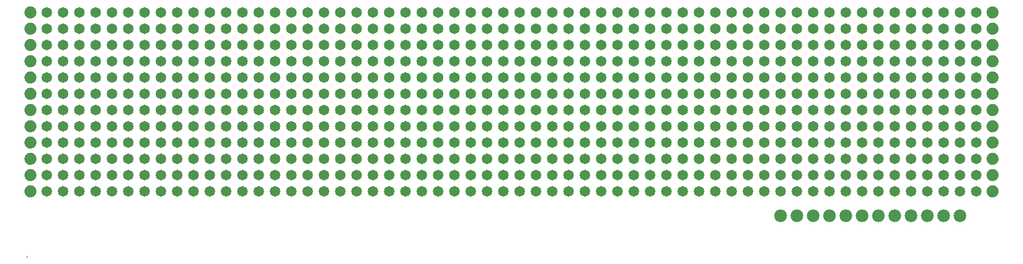
<source format=gts>
G04*
G04 #@! TF.GenerationSoftware,Altium Limited,CircuitStudio,1.5.2 (30)*
G04*
G04 Layer_Color=2162853*
%FSLAX25Y25*%
%MOIN*%
G70*
G01*
G75*
%ADD30C,0.06500*%
%ADD31C,0.07400*%
%ADD32C,0.07800*%
%ADD33C,0.00800*%
D30*
X656690Y594020D02*
D03*
X666690D02*
D03*
X686690D02*
D03*
X706690D02*
D03*
X716690D02*
D03*
X726690D02*
D03*
X736690D02*
D03*
X746690D02*
D03*
X756690D02*
D03*
X806690D02*
D03*
X796690D02*
D03*
X836690D02*
D03*
X826690D02*
D03*
X866690D02*
D03*
X856690D02*
D03*
X876690D02*
D03*
X886690D02*
D03*
X896690D02*
D03*
X906690D02*
D03*
X916690D02*
D03*
X926690D02*
D03*
X676690D02*
D03*
X696690D02*
D03*
X816690D02*
D03*
X846690D02*
D03*
X936690D02*
D03*
X766690D02*
D03*
X596690Y554020D02*
D03*
X586690Y594020D02*
D03*
X606690Y554020D02*
D03*
X626690D02*
D03*
X636690D02*
D03*
X656690D02*
D03*
X666690D02*
D03*
X686690D02*
D03*
X706690D02*
D03*
X716690D02*
D03*
X726690D02*
D03*
X736690D02*
D03*
X746690D02*
D03*
X756690D02*
D03*
X806690D02*
D03*
X796690D02*
D03*
X836690D02*
D03*
X826690D02*
D03*
X866690D02*
D03*
X856690D02*
D03*
X876690D02*
D03*
X886690D02*
D03*
X896690D02*
D03*
X906690D02*
D03*
X916690D02*
D03*
X926690D02*
D03*
X1156690Y594020D02*
D03*
X616690Y554020D02*
D03*
X646690D02*
D03*
X676690D02*
D03*
X696690D02*
D03*
X776690D02*
D03*
X816690D02*
D03*
X846690D02*
D03*
X936690D02*
D03*
X786690D02*
D03*
X766690D02*
D03*
Y564020D02*
D03*
Y584020D02*
D03*
Y574020D02*
D03*
X786690Y564020D02*
D03*
X656690Y574020D02*
D03*
X666690D02*
D03*
X686690D02*
D03*
X706690D02*
D03*
X716690D02*
D03*
X726690D02*
D03*
X736690D02*
D03*
X746690D02*
D03*
X756690D02*
D03*
X806690D02*
D03*
X796690D02*
D03*
X836690D02*
D03*
X826690D02*
D03*
X856690D02*
D03*
X886690D02*
D03*
X896690D02*
D03*
X906690D02*
D03*
X916690D02*
D03*
X926690D02*
D03*
X1156690D02*
D03*
X676690D02*
D03*
X696690D02*
D03*
X816690D02*
D03*
X846690D02*
D03*
X936690D02*
D03*
Y564020D02*
D03*
X846690D02*
D03*
X816690D02*
D03*
X776690D02*
D03*
X696690D02*
D03*
X676690D02*
D03*
X646690D02*
D03*
X616690D02*
D03*
X1156690Y584020D02*
D03*
X926690Y564020D02*
D03*
X916690D02*
D03*
X906690D02*
D03*
X896690D02*
D03*
X886690D02*
D03*
X876690D02*
D03*
X856690D02*
D03*
X866690D02*
D03*
X826690D02*
D03*
X836690D02*
D03*
X796690D02*
D03*
X806690D02*
D03*
X756690D02*
D03*
X746690D02*
D03*
X736690D02*
D03*
X726690D02*
D03*
X716690D02*
D03*
X706690D02*
D03*
X686690D02*
D03*
X666690D02*
D03*
X656690D02*
D03*
X636690D02*
D03*
X626690D02*
D03*
X606690D02*
D03*
X586690Y584020D02*
D03*
X596690Y564020D02*
D03*
X756690Y584020D02*
D03*
X666690D02*
D03*
X746690D02*
D03*
X736690D02*
D03*
X726690D02*
D03*
X716690D02*
D03*
X706690D02*
D03*
X696690D02*
D03*
X676690D02*
D03*
X686690D02*
D03*
X656690D02*
D03*
X926690D02*
D03*
X896690D02*
D03*
X846690D02*
D03*
X1156690Y564020D02*
D03*
X936690Y584020D02*
D03*
X916690D02*
D03*
X906690D02*
D03*
X886690D02*
D03*
X856690D02*
D03*
X826690D02*
D03*
X836690D02*
D03*
X816690D02*
D03*
X796690D02*
D03*
X806690D02*
D03*
X866690Y574020D02*
D03*
X876690D02*
D03*
Y584020D02*
D03*
X866690D02*
D03*
X1156690Y554020D02*
D03*
Y604020D02*
D03*
Y614020D02*
D03*
Y634020D02*
D03*
Y624020D02*
D03*
X1066690Y584020D02*
D03*
X1076690D02*
D03*
Y574020D02*
D03*
X1066690D02*
D03*
X1016690Y584020D02*
D03*
X1036690D02*
D03*
X1026690D02*
D03*
X1056690D02*
D03*
X1086690D02*
D03*
X1106690D02*
D03*
X1116690D02*
D03*
X1136690D02*
D03*
X1046690D02*
D03*
X1096690D02*
D03*
X1126690D02*
D03*
X1036690Y554020D02*
D03*
X1026690Y564020D02*
D03*
X1066690Y554020D02*
D03*
X1056690D02*
D03*
X1076690D02*
D03*
X1086690D02*
D03*
X1096690D02*
D03*
X1106690D02*
D03*
X1116690D02*
D03*
X1126690D02*
D03*
X1016690Y564020D02*
D03*
X1046690Y554020D02*
D03*
X1136690D02*
D03*
Y574020D02*
D03*
X1046690D02*
D03*
X1016690D02*
D03*
X1126690D02*
D03*
X1116690D02*
D03*
X1106690D02*
D03*
X1096690D02*
D03*
X1086690D02*
D03*
X1056690D02*
D03*
X1026690D02*
D03*
X1036690D02*
D03*
X1136690Y544020D02*
D03*
X1046690D02*
D03*
X1016690Y554020D02*
D03*
X1126690Y544020D02*
D03*
X1116690D02*
D03*
X1106690D02*
D03*
X1096690D02*
D03*
X1086690D02*
D03*
X1076690D02*
D03*
X1056690D02*
D03*
X1066690D02*
D03*
X1026690Y554020D02*
D03*
X1036690Y544020D02*
D03*
X1136690Y594020D02*
D03*
X1046690D02*
D03*
X1016690D02*
D03*
X1126690D02*
D03*
X1116690D02*
D03*
X1106690D02*
D03*
X1096690D02*
D03*
X1086690D02*
D03*
X1076690D02*
D03*
X1056690D02*
D03*
X1066690D02*
D03*
X1026690D02*
D03*
X1036690D02*
D03*
X946690Y584020D02*
D03*
X966690D02*
D03*
X976690D02*
D03*
X996690D02*
D03*
X956690D02*
D03*
X986690D02*
D03*
X946690Y564020D02*
D03*
X956690D02*
D03*
X966690D02*
D03*
X976690D02*
D03*
X986690D02*
D03*
X996690D02*
D03*
Y574020D02*
D03*
X986690D02*
D03*
X976690D02*
D03*
X966690D02*
D03*
X956690D02*
D03*
X946690D02*
D03*
X996690Y554020D02*
D03*
X986690D02*
D03*
X976690D02*
D03*
X966690D02*
D03*
X956690D02*
D03*
X946690D02*
D03*
X996690Y594020D02*
D03*
X986690D02*
D03*
X976690D02*
D03*
X966690D02*
D03*
X956690D02*
D03*
X946690D02*
D03*
X1006690D02*
D03*
Y554020D02*
D03*
Y574020D02*
D03*
Y564020D02*
D03*
Y584020D02*
D03*
X1146690Y594020D02*
D03*
Y544020D02*
D03*
Y574020D02*
D03*
Y554020D02*
D03*
Y584020D02*
D03*
X786690D02*
D03*
X776690D02*
D03*
Y574020D02*
D03*
X786690D02*
D03*
X776690Y594020D02*
D03*
X786690D02*
D03*
X596690Y584020D02*
D03*
X626690D02*
D03*
X616690D02*
D03*
X636690D02*
D03*
X646690D02*
D03*
X606690D02*
D03*
X636690Y574020D02*
D03*
X616690D02*
D03*
X646690D02*
D03*
X626690D02*
D03*
X606690D02*
D03*
X596690D02*
D03*
X636690Y594020D02*
D03*
X616690D02*
D03*
X646690D02*
D03*
X626690D02*
D03*
X606690D02*
D03*
X596690D02*
D03*
X586690Y564020D02*
D03*
Y574020D02*
D03*
Y554020D02*
D03*
Y604020D02*
D03*
Y624020D02*
D03*
Y614020D02*
D03*
Y634020D02*
D03*
Y644020D02*
D03*
X1156690D02*
D03*
X596690Y604020D02*
D03*
X606690D02*
D03*
X626690D02*
D03*
X646690D02*
D03*
X616690D02*
D03*
X636690D02*
D03*
X596690Y624020D02*
D03*
X606690D02*
D03*
X626690D02*
D03*
X646690D02*
D03*
X616690D02*
D03*
X636690D02*
D03*
X606690Y614020D02*
D03*
X646690D02*
D03*
X636690D02*
D03*
X616690D02*
D03*
X626690D02*
D03*
X596690D02*
D03*
X786690Y604020D02*
D03*
X776690D02*
D03*
X786690Y624020D02*
D03*
X776690D02*
D03*
Y614020D02*
D03*
X786690D02*
D03*
X1146690D02*
D03*
Y634020D02*
D03*
Y624020D02*
D03*
Y644020D02*
D03*
Y604020D02*
D03*
X1006690Y614020D02*
D03*
Y634020D02*
D03*
Y624020D02*
D03*
Y644020D02*
D03*
Y604020D02*
D03*
X946690D02*
D03*
X956690D02*
D03*
X966690D02*
D03*
X976690D02*
D03*
X986690D02*
D03*
X996690D02*
D03*
X946690Y644020D02*
D03*
X956690D02*
D03*
X966690D02*
D03*
X976690D02*
D03*
X986690D02*
D03*
X996690D02*
D03*
X946690Y624020D02*
D03*
X956690D02*
D03*
X966690D02*
D03*
X976690D02*
D03*
X986690D02*
D03*
X996690D02*
D03*
Y634020D02*
D03*
X986690D02*
D03*
X976690D02*
D03*
X966690D02*
D03*
X956690D02*
D03*
X946690D02*
D03*
X986690Y614020D02*
D03*
X956690D02*
D03*
X996690D02*
D03*
X976690D02*
D03*
X966690D02*
D03*
X946690D02*
D03*
X1036690Y604020D02*
D03*
X1026690D02*
D03*
X1066690D02*
D03*
X1056690D02*
D03*
X1076690D02*
D03*
X1086690D02*
D03*
X1096690D02*
D03*
X1106690D02*
D03*
X1116690D02*
D03*
X1126690D02*
D03*
X1016690D02*
D03*
X1046690D02*
D03*
X1136690D02*
D03*
X1036690Y644020D02*
D03*
X1026690D02*
D03*
X1066690D02*
D03*
X1056690D02*
D03*
X1076690D02*
D03*
X1086690D02*
D03*
X1096690D02*
D03*
X1106690D02*
D03*
X1116690D02*
D03*
X1126690D02*
D03*
X1016690D02*
D03*
X1046690D02*
D03*
X1136690D02*
D03*
X1036690Y624020D02*
D03*
X1026690D02*
D03*
X1056690D02*
D03*
X1086690D02*
D03*
X1096690D02*
D03*
X1106690D02*
D03*
X1116690D02*
D03*
X1126690D02*
D03*
X1016690D02*
D03*
X1046690D02*
D03*
X1136690D02*
D03*
Y634020D02*
D03*
X1046690D02*
D03*
X1016690D02*
D03*
X1126690D02*
D03*
X1116690D02*
D03*
X1106690D02*
D03*
X1096690D02*
D03*
X1086690D02*
D03*
X1076690D02*
D03*
X1056690D02*
D03*
X1066690D02*
D03*
X1026690D02*
D03*
X1036690D02*
D03*
X1126690Y614020D02*
D03*
X1096690D02*
D03*
X1046690D02*
D03*
X1136690D02*
D03*
X1116690D02*
D03*
X1106690D02*
D03*
X1086690D02*
D03*
X1056690D02*
D03*
X1026690D02*
D03*
X1036690D02*
D03*
X1016690D02*
D03*
X1066690Y624020D02*
D03*
X1076690D02*
D03*
Y614020D02*
D03*
X1066690D02*
D03*
X866690D02*
D03*
X876690D02*
D03*
Y624020D02*
D03*
X866690D02*
D03*
X806690Y614020D02*
D03*
X796690D02*
D03*
X816690D02*
D03*
X836690D02*
D03*
X826690D02*
D03*
X856690D02*
D03*
X886690D02*
D03*
X906690D02*
D03*
X916690D02*
D03*
X936690D02*
D03*
X846690D02*
D03*
X896690D02*
D03*
X926690D02*
D03*
X656690D02*
D03*
X686690D02*
D03*
X676690D02*
D03*
X696690D02*
D03*
X706690D02*
D03*
X716690D02*
D03*
X726690D02*
D03*
X736690D02*
D03*
X746690D02*
D03*
X666690D02*
D03*
X756690D02*
D03*
X596690Y634020D02*
D03*
X606690D02*
D03*
X626690D02*
D03*
X636690D02*
D03*
X656690D02*
D03*
X666690D02*
D03*
X686690D02*
D03*
X706690D02*
D03*
X716690D02*
D03*
X726690D02*
D03*
X736690D02*
D03*
X746690D02*
D03*
X756690D02*
D03*
X806690D02*
D03*
X796690D02*
D03*
X836690D02*
D03*
X826690D02*
D03*
X866690D02*
D03*
X856690D02*
D03*
X876690D02*
D03*
X886690D02*
D03*
X896690D02*
D03*
X906690D02*
D03*
X916690D02*
D03*
X926690D02*
D03*
X616690D02*
D03*
X646690D02*
D03*
X676690D02*
D03*
X696690D02*
D03*
X776690D02*
D03*
X816690D02*
D03*
X846690D02*
D03*
X936690D02*
D03*
Y624020D02*
D03*
X846690D02*
D03*
X816690D02*
D03*
X696690D02*
D03*
X676690D02*
D03*
X926690D02*
D03*
X916690D02*
D03*
X906690D02*
D03*
X896690D02*
D03*
X886690D02*
D03*
X856690D02*
D03*
X826690D02*
D03*
X836690D02*
D03*
X796690D02*
D03*
X806690D02*
D03*
X756690D02*
D03*
X746690D02*
D03*
X736690D02*
D03*
X726690D02*
D03*
X716690D02*
D03*
X706690D02*
D03*
X686690D02*
D03*
X666690D02*
D03*
X656690D02*
D03*
X786690Y634020D02*
D03*
X766690Y624020D02*
D03*
Y614020D02*
D03*
Y634020D02*
D03*
Y644020D02*
D03*
X786690D02*
D03*
X936690D02*
D03*
X846690D02*
D03*
X816690D02*
D03*
X776690D02*
D03*
X696690D02*
D03*
X676690D02*
D03*
X646690D02*
D03*
X616690D02*
D03*
X926690D02*
D03*
X916690D02*
D03*
X906690D02*
D03*
X896690D02*
D03*
X886690D02*
D03*
X876690D02*
D03*
X856690D02*
D03*
X866690D02*
D03*
X826690D02*
D03*
X836690D02*
D03*
X796690D02*
D03*
X806690D02*
D03*
X756690D02*
D03*
X746690D02*
D03*
X736690D02*
D03*
X726690D02*
D03*
X716690D02*
D03*
X706690D02*
D03*
X686690D02*
D03*
X666690D02*
D03*
X656690D02*
D03*
X636690D02*
D03*
X626690D02*
D03*
X606690D02*
D03*
X596690D02*
D03*
X766690Y604020D02*
D03*
X936690D02*
D03*
X846690D02*
D03*
X816690D02*
D03*
X696690D02*
D03*
X676690D02*
D03*
X926690D02*
D03*
X916690D02*
D03*
X906690D02*
D03*
X896690D02*
D03*
X886690D02*
D03*
X876690D02*
D03*
X856690D02*
D03*
X866690D02*
D03*
X826690D02*
D03*
X836690D02*
D03*
X796690D02*
D03*
X806690D02*
D03*
X756690D02*
D03*
X746690D02*
D03*
X736690D02*
D03*
X726690D02*
D03*
X716690D02*
D03*
X706690D02*
D03*
X686690D02*
D03*
X666690D02*
D03*
X656690D02*
D03*
X596690Y654020D02*
D03*
X606690D02*
D03*
X626690D02*
D03*
X636690D02*
D03*
X656690D02*
D03*
X666690D02*
D03*
X686690D02*
D03*
X706690D02*
D03*
X716690D02*
D03*
X726690D02*
D03*
X736690D02*
D03*
X746690D02*
D03*
X756690D02*
D03*
X806690D02*
D03*
X796690D02*
D03*
X836690D02*
D03*
X826690D02*
D03*
X866690D02*
D03*
X856690D02*
D03*
X876690D02*
D03*
X886690D02*
D03*
X896690D02*
D03*
X906690D02*
D03*
X916690D02*
D03*
X926690D02*
D03*
X616690D02*
D03*
X646690D02*
D03*
X676690D02*
D03*
X696690D02*
D03*
X776690D02*
D03*
X816690D02*
D03*
X846690D02*
D03*
X936690D02*
D03*
X786690D02*
D03*
X766690D02*
D03*
X1136690D02*
D03*
X1046690D02*
D03*
X1016690D02*
D03*
X1126690D02*
D03*
X1116690D02*
D03*
X1106690D02*
D03*
X1096690D02*
D03*
X1086690D02*
D03*
X1076690D02*
D03*
X1056690D02*
D03*
X1066690D02*
D03*
X1026690D02*
D03*
X1036690D02*
D03*
X996690D02*
D03*
X986690D02*
D03*
X976690D02*
D03*
X966690D02*
D03*
X956690D02*
D03*
X946690D02*
D03*
X1006690D02*
D03*
X1146690D02*
D03*
X1156690D02*
D03*
X586690D02*
D03*
Y544020D02*
D03*
X1006690D02*
D03*
X946690D02*
D03*
X956690D02*
D03*
X966690D02*
D03*
X976690D02*
D03*
X986690D02*
D03*
X996690D02*
D03*
X1026690D02*
D03*
X1016690D02*
D03*
X766690D02*
D03*
X786690D02*
D03*
X936690D02*
D03*
X846690D02*
D03*
X816690D02*
D03*
X776690D02*
D03*
X696690D02*
D03*
X676690D02*
D03*
X646690D02*
D03*
X616690D02*
D03*
X926690D02*
D03*
X916690D02*
D03*
X906690D02*
D03*
X896690D02*
D03*
X886690D02*
D03*
X876690D02*
D03*
X856690D02*
D03*
X866690D02*
D03*
X826690D02*
D03*
X836690D02*
D03*
X796690D02*
D03*
X806690D02*
D03*
X756690D02*
D03*
X746690D02*
D03*
X736690D02*
D03*
X726690D02*
D03*
X716690D02*
D03*
X706690D02*
D03*
X686690D02*
D03*
X666690D02*
D03*
X656690D02*
D03*
X636690D02*
D03*
X626690D02*
D03*
X606690D02*
D03*
X596690D02*
D03*
X1136690Y564020D02*
D03*
X1046690D02*
D03*
X1126690D02*
D03*
X1116690D02*
D03*
X1106690D02*
D03*
X1096690D02*
D03*
X1086690D02*
D03*
X1076690D02*
D03*
X1056690D02*
D03*
X1066690D02*
D03*
X1036690D02*
D03*
X1146690D02*
D03*
X1156690Y544020D02*
D03*
D31*
X576690Y594020D02*
D03*
X1166690D02*
D03*
Y634020D02*
D03*
Y624020D02*
D03*
Y614020D02*
D03*
Y574020D02*
D03*
Y604020D02*
D03*
Y584020D02*
D03*
X576690D02*
D03*
X1166690Y564020D02*
D03*
Y554020D02*
D03*
X576690Y564020D02*
D03*
Y574020D02*
D03*
Y554020D02*
D03*
Y604020D02*
D03*
Y624020D02*
D03*
Y614020D02*
D03*
Y634020D02*
D03*
Y644020D02*
D03*
X1166690D02*
D03*
Y654020D02*
D03*
X576690D02*
D03*
Y544020D02*
D03*
X1166690D02*
D03*
D32*
X1136722Y528920D02*
D03*
X1146722D02*
D03*
X1116722D02*
D03*
X1126722D02*
D03*
X1096722D02*
D03*
X1106722D02*
D03*
X1076722D02*
D03*
X1086722D02*
D03*
X1056722D02*
D03*
X1066722D02*
D03*
X1036722D02*
D03*
X1046722D02*
D03*
D33*
X574760Y503520D02*
D03*
M02*

</source>
